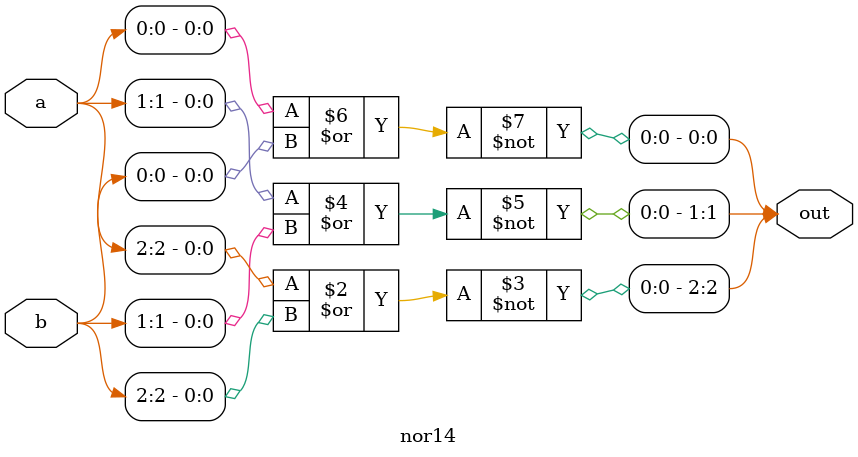
<source format=v>
module nor14 (
    input wire [2:0] a,
    input wire [2:0] b,
    output reg [2:0] out
);

always @(*) begin
    out[2] = ~(a[2] | b[2]);
    out[1] = ~(a[1] | b[1]);
    out[0] = ~(a[0] | b[0]);

end


endmodule
</source>
